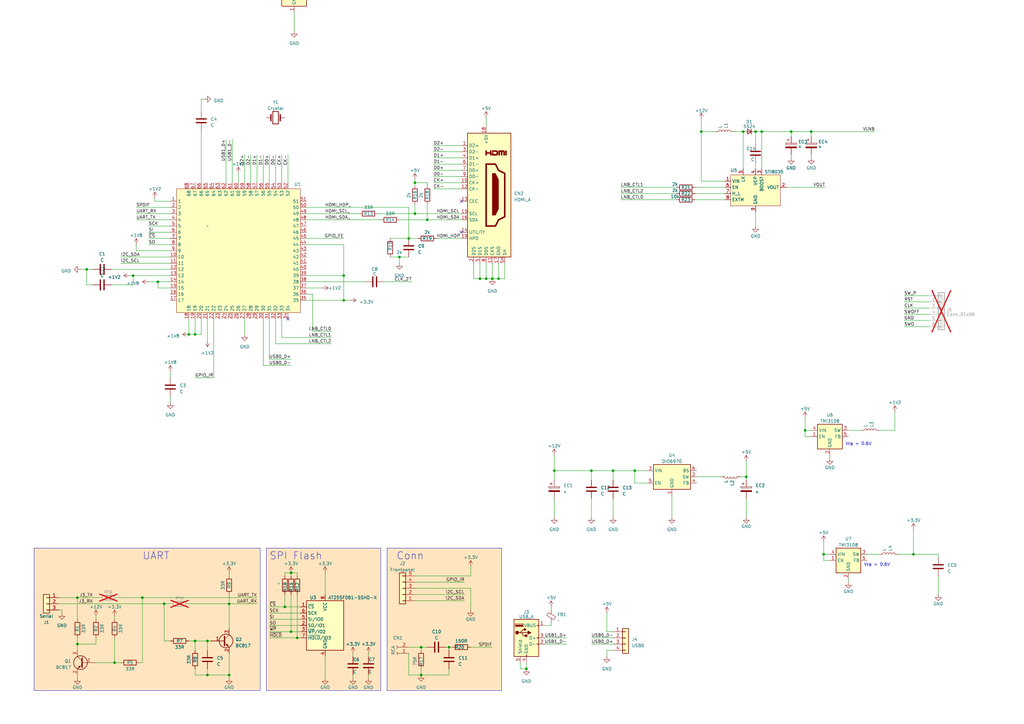
<source format=kicad_sch>
(kicad_sch (version 20230121) (generator eeschema)
  (paper "A3")
  (junction (at 260.35 193.04))
  (junction (at 251.46 193.04))
  (junction (at 242.57 193.04))
  (junction (at 167.64 97.79))
  (junction (at 215.9 274.32))
  (junction (at 170.18 87.63))
  (junction (at 64.77 115.57))
  (junction (at 312.42 53.975))
  (junction (at 309.88 53.975))
  (junction (at 116.84 248.92))
  (junction (at 121.92 261.62))
  (junction (at 80.01 137.16))
  (junction (at 85.09 262.89))
  (junction (at 227.33 193.04))
  (junction (at 172.72 276.86))
  (junction (at 80.01 262.89))
  (junction (at 58.42 245.11))
  (junction (at 172.72 265.43))
  (junction (at 93.98 276.86))
  (junction (at 140.97 123.19))
  (junction (at 175.26 90.17))
  (junction (at 163.83 105.41))
  (junction (at 324.485 53.975))
  (junction (at 337.82 227.33))
  (junction (at 31.75 264.16))
  (junction (at 199.39 114.3))
  (junction (at 204.47 114.3))
  (junction (at 77.47 137.16))
  (junction (at 196.85 114.3))
  (junction (at 119.38 234.95))
  (junction (at 31.75 245.11))
  (junction (at 330.2 176.53))
  (junction (at 93.98 247.65))
  (junction (at 287.655 53.975))
  (junction (at 170.18 74.93))
  (junction (at 140.97 113.03))
  (junction (at 184.15 265.43))
  (junction (at 374.65 227.33))
  (junction (at 54.61 113.03))
  (junction (at 332.74 53.975))
  (junction (at 201.93 114.3))
  (junction (at 46.99 271.78))
  (junction (at 119.38 259.08))
  (junction (at 304.8 53.975))
  (junction (at 35.56 110.49))
  (junction (at 67.31 247.65))
  (junction (at 306.07 195.58))
  (junction (at 85.09 276.86))
  (no_connect (at 118.11 130.81))
  (no_connect (at 189.23 82.55))
  (no_connect (at 189.23 95.25))
  (wire (pts (xy 140.97 113.03) (xy 140.97 123.19)))
  (wire (pts (xy 60.96 97.79) (xy 69.85 97.79)))
  (wire (pts (xy 160.02 105.41) (xy 163.83 105.41)))
  (wire (pts (xy 182.88 265.43) (xy 184.15 265.43)))
  (wire (pts (xy 144.78 267.97) (xy 144.78 269.24)))
  (wire (pts (xy 167.64 85.09) (xy 125.73 85.09)))
  (wire (pts (xy 248.92 266.7) (xy 251.46 266.7)))
  (wire (pts (xy 287.655 48.895) (xy 287.655 53.975)))
  (wire (pts (xy 337.82 227.33) (xy 337.82 229.87)))
  (wire (pts (xy 38.1 116.84) (xy 35.56 116.84)))
  (wire (pts (xy 116.84 234.95) (xy 116.84 236.22)))
  (wire (pts (xy 107.95 -10.16) (xy 107.95 -2.54)))
  (wire (pts (xy 64.77 118.11) (xy 64.77 115.57)))
  (wire (pts (xy 227.33 186.69) (xy 227.33 193.04)))
  (wire (pts (xy 60.96 100.33) (xy 69.85 100.33)))
  (wire (pts (xy 102.87 63.5) (xy 102.87 74.93)))
  (wire (pts (xy 277.495 81.915) (xy 254.635 81.915)))
  (wire (pts (xy 110.49 256.54) (xy 123.19 256.54)))
  (wire (pts (xy 347.98 176.53) (xy 353.06 176.53)))
  (wire (pts (xy 167.64 276.86) (xy 172.72 276.86)))
  (wire (pts (xy 100.33 130.81) (xy 100.33 137.16)))
  (wire (pts (xy 110.49 254) (xy 123.19 254)))
  (wire (pts (xy 46.99 261.62) (xy 46.99 271.78)))
  (wire (pts (xy 260.35 198.12) (xy 260.35 193.04)))
  (wire (pts (xy 80.01 276.86) (xy 85.09 276.86)))
  (wire (pts (xy 55.88 102.87) (xy 55.88 100.33)))
  (wire (pts (xy 300.99 53.975) (xy 304.8 53.975)))
  (wire (pts (xy 160.02 97.79) (xy 167.64 97.79)))
  (wire (pts (xy 251.46 204.47) (xy 251.46 212.09)))
  (wire (pts (xy 107.95 130.81) (xy 107.95 149.86)))
  (wire (pts (xy 309.88 53.975) (xy 312.42 53.975)))
  (wire (pts (xy 93.98 267.97) (xy 93.98 276.86)))
  (wire (pts (xy 92.71 57.15) (xy 92.71 74.93)))
  (wire (pts (xy 119.38 234.95) (xy 116.84 234.95)))
  (wire (pts (xy 184.15 274.32) (xy 184.15 276.86)))
  (wire (pts (xy 201.93 114.3) (xy 204.47 114.3)))
  (wire (pts (xy 177.8 64.77) (xy 189.23 64.77)))
  (wire (pts (xy 63.5 82.55) (xy 63.5 81.28)))
  (wire (pts (xy 93.98 243.84) (xy 93.98 247.65)))
  (wire (pts (xy 242.57 193.04) (xy 242.57 196.85)))
  (wire (pts (xy 172.72 276.86) (xy 184.15 276.86)))
  (wire (pts (xy 204.47 114.3) (xy 204.47 107.95)))
  (wire (pts (xy 287.655 74.295) (xy 297.18 74.295)))
  (wire (pts (xy 190.5 243.84) (xy 170.18 243.84)))
  (wire (pts (xy 179.07 97.79) (xy 189.23 97.79)))
  (wire (pts (xy 306.07 189.23) (xy 306.07 195.58)))
  (wire (pts (xy 175.26 74.93) (xy 170.18 74.93)))
  (wire (pts (xy 332.74 64.77) (xy 332.74 63.5)))
  (wire (pts (xy 45.72 116.84) (xy 54.61 116.84)))
  (wire (pts (xy 82.55 130.81) (xy 82.55 137.16)))
  (wire (pts (xy 121.92 243.84) (xy 121.92 261.62)))
  (wire (pts (xy 39.37 271.78) (xy 46.99 271.78)))
  (wire (pts (xy 97.79 71.12) (xy 97.79 74.93)))
  (wire (pts (xy 175.26 265.43) (xy 172.72 265.43)))
  (wire (pts (xy 196.85 114.3) (xy 199.39 114.3)))
  (wire (pts (xy 80.01 137.16) (xy 77.47 137.16)))
  (wire (pts (xy 55.88 90.17) (xy 69.85 90.17)))
  (wire (pts (xy 384.81 227.33) (xy 384.81 228.6)))
  (wire (pts (xy 374.65 217.17) (xy 374.65 227.33)))
  (wire (pts (xy 45.72 110.49) (xy 69.85 110.49)))
  (wire (pts (xy 370.84 133.985) (xy 381 133.985)))
  (wire (pts (xy 53.34 113.03) (xy 54.61 113.03)))
  (wire (pts (xy 368.3 227.33) (xy 374.65 227.33)))
  (wire (pts (xy 115.57 138.43) (xy 115.57 130.81)))
  (wire (pts (xy 31.75 261.62) (xy 31.75 264.16)))
  (wire (pts (xy 306.07 195.58) (xy 306.07 196.85)))
  (wire (pts (xy 33.02 110.49) (xy 35.56 110.49)))
  (wire (pts (xy 347.98 237.49) (xy 347.98 238.76)))
  (wire (pts (xy 121.92 261.62) (xy 123.19 261.62)))
  (wire (pts (xy 340.36 186.69) (xy 340.36 187.96)))
  (wire (pts (xy 85.09 274.32) (xy 85.09 276.86)))
  (wire (pts (xy 31.75 264.16) (xy 31.75 266.7)))
  (wire (pts (xy 167.64 265.43) (xy 172.72 265.43)))
  (wire (pts (xy 163.83 105.41) (xy 163.83 107.95)))
  (wire (pts (xy 125.73 97.79) (xy 140.97 97.79)))
  (wire (pts (xy 125.73 113.03) (xy 140.97 113.03)))
  (wire (pts (xy 213.36 274.32) (xy 215.9 274.32)))
  (wire (pts (xy 248.92 266.7) (xy 248.92 269.24)))
  (wire (pts (xy 207.01 114.3) (xy 204.47 114.3)))
  (wire (pts (xy 172.72 265.43) (xy 172.72 266.7)))
  (wire (pts (xy 330.2 176.53) (xy 332.74 176.53)))
  (wire (pts (xy 110.49 259.08) (xy 119.38 259.08)))
  (wire (pts (xy 151.13 276.86) (xy 151.13 278.13)))
  (wire (pts (xy 55.88 87.63) (xy 69.85 87.63)))
  (wire (pts (xy 199.39 114.3) (xy 201.93 114.3)))
  (wire (pts (xy 121.92 234.95) (xy 121.92 236.22)))
  (wire (pts (xy 69.85 118.11) (xy 64.77 118.11)))
  (wire (pts (xy 260.35 193.04) (xy 251.46 193.04)))
  (wire (pts (xy 312.42 53.975) (xy 324.485 53.975)))
  (wire (pts (xy 163.83 90.17) (xy 175.26 90.17)))
  (wire (pts (xy 39.37 261.62) (xy 39.37 264.16)))
  (wire (pts (xy 46.99 271.78) (xy 49.53 271.78)))
  (wire (pts (xy 77.47 130.81) (xy 77.47 137.16)))
  (wire (pts (xy 87.63 130.81) (xy 87.63 154.94)))
  (wire (pts (xy 113.03 63.5) (xy 113.03 74.93)))
  (wire (pts (xy 100.33 63.5) (xy 100.33 74.93)))
  (wire (pts (xy 175.26 76.2) (xy 175.26 74.93)))
  (wire (pts (xy 177.8 62.23) (xy 189.23 62.23)))
  (wire (pts (xy 287.655 53.975) (xy 287.655 74.295)))
  (wire (pts (xy 125.73 87.63) (xy 147.32 87.63)))
  (wire (pts (xy 49.53 105.41) (xy 69.85 105.41)))
  (wire (pts (xy 130.81 -10.16) (xy 130.81 -2.54)))
  (wire (pts (xy 69.85 82.55) (xy 63.5 82.55)))
  (wire (pts (xy 175.26 90.17) (xy 189.23 90.17)))
  (wire (pts (xy 170.18 73.66) (xy 170.18 74.93)))
  (wire (pts (xy 226.06 248.92) (xy 226.06 250.19)))
  (wire (pts (xy 171.45 97.79) (xy 167.64 97.79)))
  (wire (pts (xy 55.88 102.87) (xy 69.85 102.87)))
  (wire (pts (xy 46.99 252.73) (xy 46.99 254)))
  (wire (pts (xy 39.37 252.73) (xy 39.37 254)))
  (wire (pts (xy 337.82 227.33) (xy 340.36 227.33)))
  (wire (pts (xy 154.94 87.63) (xy 170.18 87.63)))
  (wire (pts (xy 69.85 262.89) (xy 67.31 262.89)))
  (wire (pts (xy 25.4 250.19) (xy 25.4 251.46)))
  (wire (pts (xy 80.01 262.89) (xy 85.09 262.89)))
  (wire (pts (xy 337.82 222.25) (xy 337.82 227.33)))
  (wire (pts (xy 54.61 113.03) (xy 69.85 113.03)))
  (wire (pts (xy 31.75 276.86) (xy 31.75 278.13)))
  (wire (pts (xy 93.98 276.86) (xy 93.98 278.13)))
  (wire (pts (xy 324.485 53.975) (xy 332.74 53.975)))
  (wire (pts (xy 133.35 234.95) (xy 133.35 243.84)))
  (wire (pts (xy 242.57 261.62) (xy 251.46 261.62)))
  (wire (pts (xy 306.07 204.47) (xy 306.07 212.09)))
  (wire (pts (xy 140.97 100.33) (xy 140.97 113.03)))
  (wire (pts (xy 223.52 261.62) (xy 232.41 261.62)))
  (wire (pts (xy 77.47 247.65) (xy 93.98 247.65)))
  (wire (pts (xy 370.84 123.825) (xy 381 123.825)))
  (wire (pts (xy 196.85 107.95) (xy 196.85 114.3)))
  (wire (pts (xy 35.56 116.84) (xy 35.56 110.49)))
  (wire (pts (xy 242.57 204.47) (xy 242.57 212.09)))
  (wire (pts (xy 265.43 198.12) (xy 260.35 198.12)))
  (wire (pts (xy 116.84 243.84) (xy 116.84 248.92)))
  (wire (pts (xy 190.5 238.76) (xy 170.18 238.76)))
  (wire (pts (xy 201.93 107.95) (xy 201.93 114.3)))
  (wire (pts (xy 306.07 195.58) (xy 303.53 195.58)))
  (wire (pts (xy 199.39 107.95) (xy 199.39 114.3)))
  (wire (pts (xy 110.49 248.92) (xy 116.84 248.92)))
  (wire (pts (xy 330.2 171.45) (xy 330.2 176.53)))
  (wire (pts (xy 332.74 179.07) (xy 330.2 179.07)))
  (wire (pts (xy 64.77 115.57) (xy 69.85 115.57)))
  (wire (pts (xy 55.88 85.09) (xy 69.85 85.09)))
  (wire (pts (xy 54.61 116.84) (xy 54.61 113.03)))
  (wire (pts (xy 144.78 276.86) (xy 144.78 278.13)))
  (wire (pts (xy 31.75 245.11) (xy 31.75 254)))
  (wire (pts (xy 113.03 -2.54) (xy 107.95 -2.54)))
  (wire (pts (xy 80.01 154.94) (xy 87.63 154.94)))
  (wire (pts (xy 125.73 123.19) (xy 140.97 123.19)))
  (wire (pts (xy 355.6 227.33) (xy 360.68 227.33)))
  (wire (pts (xy 251.46 193.04) (xy 242.57 193.04)))
  (wire (pts (xy 199.39 48.26) (xy 199.39 52.07)))
  (wire (pts (xy 213.36 271.78) (xy 213.36 274.32)))
  (wire (pts (xy 128.27 120.65) (xy 128.27 135.89)))
  (wire (pts (xy 207.01 107.95) (xy 207.01 114.3)))
  (wire (pts (xy 157.48 115.57) (xy 168.91 115.57)))
  (wire (pts (xy 293.37 53.975) (xy 287.655 53.975)))
  (wire (pts (xy 60.96 115.57) (xy 64.77 115.57)))
  (wire (pts (xy 332.74 55.88) (xy 332.74 53.975)))
  (wire (pts (xy 172.72 274.32) (xy 172.72 276.86)))
  (wire (pts (xy 190.5 246.38) (xy 170.18 246.38)))
  (wire (pts (xy 374.65 227.33) (xy 384.81 227.33)))
  (wire (pts (xy 82.55 53.34) (xy 82.55 74.93)))
  (wire (pts (xy 105.41 63.5) (xy 105.41 74.93)))
  (wire (pts (xy 110.49 261.62) (xy 121.92 261.62)))
  (wire (pts (xy 285.115 79.375) (xy 297.18 79.375)))
  (wire (pts (xy 48.26 245.11) (xy 58.42 245.11)))
  (wire (pts (xy 215.9 271.78) (xy 215.9 274.32)))
  (wire (pts (xy 370.84 131.445) (xy 381 131.445)))
  (wire (pts (xy 115.57 63.5) (xy 115.57 74.93)))
  (wire (pts (xy 110.49 147.32) (xy 119.38 147.32)))
  (wire (pts (xy 226.06 255.27) (xy 226.06 256.54)))
  (wire (pts (xy 170.18 241.3) (xy 193.04 241.3)))
  (wire (pts (xy 116.84 248.92) (xy 123.19 248.92)))
  (wire (pts (xy 193.04 265.43) (xy 201.93 265.43)))
  (wire (pts (xy 367.03 176.53) (xy 360.68 176.53)))
  (wire (pts (xy 170.18 87.63) (xy 189.23 87.63)))
  (wire (pts (xy 332.74 53.975) (xy 358.775 53.975)))
  (wire (pts (xy 69.85 152.4) (xy 69.85 154.94)))
  (wire (pts (xy 227.33 193.04) (xy 227.33 196.85)))
  (wire (pts (xy 82.55 137.16) (xy 80.01 137.16)))
  (wire (pts (xy 133.35 278.13) (xy 133.35 269.24)))
  (wire (pts (xy 60.96 95.25) (xy 69.85 95.25)))
  (wire (pts (xy 227.33 193.04) (xy 242.57 193.04)))
  (wire (pts (xy 254.635 79.375) (xy 277.495 79.375)))
  (wire (pts (xy 275.59 203.2) (xy 275.59 212.09)))
  (wire (pts (xy 128.27 -2.54) (xy 130.81 -2.54)))
  (wire (pts (xy 324.485 55.88) (xy 324.485 53.975)))
  (wire (pts (xy 128.27 135.89) (xy 135.89 135.89)))
  (wire (pts (xy 67.31 247.65) (xy 67.31 262.89)))
  (wire (pts (xy 57.15 271.78) (xy 58.42 271.78)))
  (wire (pts (xy 58.42 245.11) (xy 105.41 245.11)))
  (wire (pts (xy 119.38 234.95) (xy 119.38 236.22)))
  (wire (pts (xy 248.92 251.46) (xy 248.92 259.08)))
  (wire (pts (xy 49.53 107.95) (xy 69.85 107.95)))
  (wire (pts (xy 370.84 128.905) (xy 381 128.905)))
  (wire (pts (xy 140.97 123.19) (xy 143.51 123.19)))
  (wire (pts (xy 35.56 110.49) (xy 38.1 110.49)))
  (wire (pts (xy 107.95 63.5) (xy 107.95 74.93)))
  (wire (pts (xy 125.73 120.65) (xy 128.27 120.65)))
  (wire (pts (xy 322.58 76.835) (xy 338.455 76.835)))
  (wire (pts (xy 80.01 130.81) (xy 80.01 137.16)))
  (wire (pts (xy 120.65 12.7) (xy 120.65 5.08)))
  (wire (pts (xy 80.01 274.32) (xy 80.01 276.86)))
  (wire (pts (xy 297.18 76.835) (xy 285.115 76.835)))
  (wire (pts (xy 330.2 176.53) (xy 330.2 179.07)))
  (wire (pts (xy 251.46 193.04) (xy 251.46 196.85)))
  (wire (pts (xy 85.09 276.86) (xy 93.98 276.86)))
  (wire (pts (xy 115.57 138.43) (xy 135.89 138.43)))
  (wire (pts (xy 242.57 264.16) (xy 251.46 264.16)))
  (wire (pts (xy 85.09 262.89) (xy 85.09 266.7)))
  (wire (pts (xy 227.33 212.09) (xy 227.33 204.47)))
  (wire (pts (xy 309.88 66.675) (xy 309.88 69.215)))
  (wire (pts (xy 110.49 63.5) (xy 110.49 74.93)))
  (wire (pts (xy 24.13 247.65) (xy 67.31 247.65)))
  (wire (pts (xy 85.09 262.89) (xy 86.36 262.89)))
  (wire (pts (xy 304.8 53.975) (xy 304.8 69.215)))
  (wire (pts (xy 170.18 83.82) (xy 170.18 87.63)))
  (wire (pts (xy 177.8 67.31) (xy 189.23 67.31)))
  (wire (pts (xy 193.04 232.41) (xy 193.04 236.22)))
  (wire (pts (xy 95.25 57.15) (xy 95.25 74.93)))
  (wire (pts (xy 110.49 251.46) (xy 123.19 251.46)))
  (wire (pts (xy 113.03 140.97) (xy 113.03 130.81)))
  (wire (pts (xy 167.64 267.97) (xy 167.64 276.86)))
  (wire (pts (xy 309.88 59.055) (xy 309.88 53.975)))
  (wire (pts (xy 119.38 234.95) (xy 121.92 234.95)))
  (wire (pts (xy 324.485 64.77) (xy 324.485 63.5)))
  (wire (pts (xy 170.18 236.22) (xy 193.04 236.22)))
  (wire (pts (xy 193.04 241.3) (xy 193.04 250.19)))
  (wire (pts (xy 60.96 92.71) (xy 69.85 92.71)))
  (wire (pts (xy 340.36 229.87) (xy 337.82 229.87)))
  (wire (pts (xy 67.31 247.65) (xy 69.85 247.65)))
  (wire (pts (xy 69.85 162.56) (xy 69.85 165.1)))
  (wire (pts (xy 184.15 265.43) (xy 185.42 265.43)))
  (wire (pts (xy 82.55 45.72) (xy 82.55 40.64)))
  (wire (pts (xy 31.75 245.11) (xy 40.64 245.11)))
  (wire (pts (xy 163.83 105.41) (xy 167.64 105.41)))
  (wire (pts (xy 80.01 262.89) (xy 80.01 266.7)))
  (wire (pts (xy 384.81 236.22) (xy 384.81 243.84)))
  (wire (pts (xy 58.42 245.11) (xy 58.42 271.78)))
  (wire (pts (xy 254.635 76.835) (xy 277.495 76.835)))
  (wire (pts (xy 184.15 265.43) (xy 184.15 266.7)))
  (wire (pts (xy 309.88 92.71) (xy 309.88 86.995)))
  (wire (pts (xy 177.8 74.93) (xy 189.23 74.93)))
  (wire (pts (xy 312.42 53.975) (xy 312.42 69.215)))
  (wire (pts (xy 93.98 247.65) (xy 105.41 247.65)))
  (wire (pts (xy 125.73 100.33) (xy 140.97 100.33)))
  (wire (pts (xy 107.95 149.86) (xy 119.38 149.86)))
  (wire (pts (xy 24.13 250.19) (xy 25.4 250.19)))
  (wire (pts (xy 119.38 259.08) (xy 123.19 259.08)))
  (wire (pts (xy 223.52 256.54) (xy 226.06 256.54)))
  (wire (pts (xy 110.49 130.81) (xy 110.49 147.32)))
  (wire (pts (xy 119.38 243.84) (xy 119.38 259.08)))
  (wire (pts (xy 170.18 74.93) (xy 170.18 76.2)))
  (wire (pts (xy 175.26 83.82) (xy 175.26 90.17)))
  (wire (pts (xy 93.98 247.65) (xy 93.98 257.81)))
  (wire (pts (xy 285.115 81.915) (xy 297.18 81.915)))
  (wire (pts (xy 194.31 114.3) (xy 196.85 114.3)))
  (wire (pts (xy 370.84 121.285) (xy 381 121.285)))
  (wire (pts (xy 125.73 90.17) (xy 156.21 90.17)))
  (wire (pts (xy 125.73 118.11) (xy 132.08 118.11)))
  (wire (pts (xy 113.03 140.97) (xy 135.89 140.97)))
  (wire (pts (xy 265.43 193.04) (xy 260.35 193.04)))
  (wire (pts (xy 82.55 40.64) (xy 83.82 40.64)))
  (wire (pts (xy 251.46 259.08) (xy 248.92 259.08)))
  (wire (pts (xy 370.84 126.365) (xy 381 126.365)))
  (wire (pts (xy 285.75 195.58) (xy 295.91 195.58)))
  (wire (pts (xy 223.52 264.16) (xy 232.41 264.16)))
  (wire (pts (xy 24.13 245.11) (xy 31.75 245.11)))
  (wire (pts (xy 118.11 63.5) (xy 118.11 74.93)))
  (wire (pts (xy 177.8 69.85) (xy 189.23 69.85)))
  (wire (pts (xy 177.8 59.69) (xy 189.23 59.69)))
  (wire (pts (xy 367.03 168.91) (xy 367.03 176.53)))
  (wire (pts (xy 77.47 262.89) (xy 80.01 262.89)))
  (wire (pts (xy 177.8 77.47) (xy 189.23 77.47)))
  (wire (pts (xy 93.98 234.95) (xy 93.98 236.22)))
  (wire (pts (xy 151.13 267.97) (xy 151.13 269.24)))
  (wire (pts (xy 85.09 130.81) (xy 85.09 139.7)))
  (wire (pts (xy 39.37 264.16) (xy 31.75 264.16)))
  (wire (pts (xy 177.8 72.39) (xy 189.23 72.39)))
  (wire (pts (xy 194.31 107.95) (xy 194.31 114.3)))
  (wire (pts (xy 125.73 115.57) (xy 149.86 115.57)))
  (wire (pts (xy 167.64 97.79) (xy 167.64 85.09)))
  (rectangle (start 109.22 224.79) (end 156.21 283.21) (fill (type color) (color 255 229 191 1)))
  (rectangle (start 158.75 224.79) (end 205.74 283.21) (fill (type color) (color 255 229 191 1)))
  (rectangle (start 13.97 224.79) (end 106.68 283.21) (fill (type color) (color 255 229 191 1)))
  (text "V_{FB} = 0.6V" (at 354.33 232.41 0) (effects (font (size 1.27 1.27)) (justify left bottom)))
  (text "SPI Flash" (at 110.49 229.87 0) (effects (font (size 3 3)) (justify left bottom)))
  (text "UART" (at 58.42 229.87 0) (effects (font (size 3 3)) (justify left bottom)))
  (text "V_{FB} = 0.6V" (at 346.71 182.88 0) (effects (font (size 1.27 1.27)) (justify left bottom)))
  (text "Conn" (at 162.56 229.87 0) (effects (font (size 3 3)) (justify left bottom)))
  (label "SO" (at 110.49 256.54 0))
  (label "GPIO_IR" (at 80.01 154.94 0))
  (label "~{CS}" (at 110.49 248.92 0))
  (label "GND" (at 370.84 131.445 0))
  (label "LNB_CTL1" (at 135.89 138.43 180))
  (label "GPIO_FE" (at 140.97 97.79 180))
  (label "LNB_CTL1" (at 254.635 76.835 0))
  (label "UART_TX" (at 105.41 245.11 180))
  (label "D1+" (at 105.41 63.5 270))
  (label "CK+" (at 177.8 74.93 0))
  (label "SWOFF" (at 370.84 128.905 0))
  (label "UART_RX" (at 105.41 247.65 180))
  (label "I2C_SCL" (at 190.5 243.84 180))
  (label "SCK" (at 110.49 251.46 0))
  (label "SI" (at 110.49 254 0))
  (label "D0+" (at 177.8 69.85 0))
  (label "USB1_D+" (at 232.41 261.62 180))
  (label "~{CS}" (at 60.96 97.79 0))
  (label "UART_TX" (at 55.88 90.17 0))
  (label "D2-" (at 177.8 62.23 0))
  (label "I2C_SCL" (at 49.53 107.95 0))
  (label "D2+" (at 100.33 63.5 270))
  (label "SWO" (at 370.84 133.985 0))
  (label "LNB_CTL0" (at 254.635 81.915 0))
  (label "I2C_SDA" (at 190.5 246.38 180))
  (label "HDMI_SCL" (at 179.07 87.63 0))
  (label "SPDIF" (at 55.88 85.09 0))
  (label "CK-" (at 177.8 77.47 0))
  (label "J3_RX" (at 38.1 247.65 180))
  (label "LNB_CTL2" (at 254.635 79.375 0))
  (label "~{WP}" (at 110.49 259.08 0))
  (label "UART_RX" (at 55.88 87.63 0))
  (label "SO" (at 60.96 100.33 0))
  (label "HDMI_SDA" (at 179.07 90.17 0))
  (label "SW_P" (at 370.84 121.285 0))
  (label "CLK" (at 370.84 126.365 0))
  (label "CLK_27" (at 168.91 115.57 180))
  (label "USB0_D+" (at 119.38 147.32 180))
  (label "USB1_D-" (at 95.25 57.15 270))
  (label "D2-" (at 102.87 63.5 270))
  (label "D0+" (at 110.49 63.5 270))
  (label "VLNB" (at 358.775 53.975 180))
  (label "LNB_CTL2" (at 135.89 140.97 180))
  (label "USB1_D-" (at 232.41 264.16 180))
  (label "D2+" (at 177.8 59.69 0))
  (label "D1-" (at 107.95 63.5 270))
  (label "RST" (at 370.84 123.825 0))
  (label "VOUT" (at 338.455 76.835 180))
  (label "USB0_D-" (at 242.57 261.62 0))
  (label "HDMI_HDP" (at 179.07 97.79 0))
  (label "D0-" (at 177.8 72.39 0))
  (label "CK-" (at 118.11 63.5 270))
  (label "HDMI_SDA_" (at 133.35 90.17 0))
  (label "SPDIF" (at 201.93 265.43 180))
  (label "SI" (at 60.96 95.25 0))
  (label "SCK" (at 60.96 92.71 0))
  (label "HDMI_HDP_" (at 133.35 85.09 0))
  (label "LNB_CTL0" (at 135.89 135.89 180))
  (label "I2C_SDA" (at 49.53 105.41 0))
  (label "J3_TX" (at 38.1 245.11 180))
  (label "CK+" (at 115.57 63.5 270))
  (label "D0-" (at 113.03 63.5 270))
  (label "GPIO_IR" (at 190.5 238.76 180))
  (label "~{HOLD}" (at 110.49 261.62 0))
  (label "USB1_D+" (at 92.71 57.15 270))
  (label "USB0_D-" (at 119.38 149.86 180))
  (label "USB0_D+" (at 242.57 264.16 0))
  (label "D1+" (at 177.8 64.77 0))
  (label "HDMI_SCL_" (at 133.35 87.63 0))
  (label "D1-" (at 177.8 67.31 0))
  (symbol (lib_id "power:GND") (at 31.75 278.13 0) (mirror y) (unit 1)
    (property "Reference" "#PWR02" (effects hide))
    (property "Value" "GND" (at 31.75 281.94 0))
  )
  (symbol (lib_id "power:+3.3V") (at 93.98 234.95 0) (unit 1)
    (property "Reference" "#PWR015" (effects hide))
    (property "Value" "+3.3V" (at 93.98 231.14 0))
  )
  (symbol (lib_id "Device:C") (at 242.57 200.66 0) (unit 1)
    (property "Reference" "C12" (at 246.38 200.025 0) (effects (justify left)))
    (property "Value" "C" (at 246.38 202.565 0) (effects (justify left)))
    (property "Footprint" "Capacitor_SMD:C_0402_1005Metric" (effects hide))
  )
  (symbol (lib_id "power:+3.3V") (at 46.99 252.73 0) (unit 1)
    (property "Reference" "#PWR05" (effects hide))
    (property "Value" "+3.3V" (at 46.99 248.92 0))
  )
  (symbol (lib_id "Connector:SCART-F") (at 328.93 -55.88 0) (unit 1)
    (property "Reference" "CN3" (at 328.93 -90.17 0))
    (property "Value" "SCART-F" (at 328.93 -87.63 0))
    (property "Footprint" "Footprints:SCART" (effects hide))
    (property "Datasheet" " ~" (effects hide))
  )
  (symbol (lib_id "Device:R") (at 31.75 257.81 0) (mirror x) (unit 1)
    (property "Reference" "R1" (at 31.75 257.81 90))
    (property "Value" "33R" (at 34.29 257.81 90))
    (property "Footprint" "Resistor_SMD:R_0402_1005Metric" (effects hide))
  )
  (symbol (lib_id "Device:L") (at 299.72 195.58 270) (unit 1)
    (property "Reference" "L2" (at 300.355 196.85 0) (effects (justify left)))
    (property "Value" "L" (at 297.815 196.85 0) (effects (justify left)))
    (property "Footprint" "Inductor_SMD:L_Taiyo-Yuden_MD-5050" (effects hide))
  )
  (symbol (lib_id "power:GND") (at 120.65 12.7 0) (unit 1)
    (property "Reference" "#PWR021" (effects hide))
    (property "Value" "GND" (at 120.65 17.78 0))
  )
  (symbol (lib_id "Device:R") (at 160.02 90.17 90) (unit 1)
    (property "Reference" "R14" (at 160.02 90.17 90))
    (property "Value" "33R" (at 160.02 87.63 90))
    (property "Footprint" "Resistor_SMD:R_0402_1005Metric" (effects hide))
  )
  (symbol (lib_id "Device:R") (at 39.37 257.81 0) (mirror x) (unit 1)
    (property "Reference" "R2" (at 39.37 257.81 90))
    (property "Value" "33R" (at 41.91 257.81 90))
    (property "Footprint" "Resistor_SMD:R_0402_1005Metric" (effects hide))
  )
  (symbol (lib_id "Device:C_Polarized") (at 324.485 59.69 0) (unit 1)
    (property "Reference" "EC3" (at 327.406 58.1573 0) (effects (justify left)))
    (property "Value" "x" (at 327.406 60.0783 0) (effects (justify left)))
    (property "Footprint" "Capacitor_Tantalum_SMD:CP_EIA-3216-12_Kemet-S" (effects hide))
  )
  (symbol (lib_id "Device:L") (at 297.18 53.975 270) (mirror x) (unit 1)
    (property "Reference" "L1" (at 297.815 52.705 0) (effects (justify left)))
    (property "Value" "L" (at 295.275 52.705 0) (effects (justify left)))
    (property "Footprint" "Inductor_SMD:L_Taiyo-Yuden_NR-50xx" (effects hide))
  )
  (symbol (lib_id "power:GND") (at 306.07 212.09 0) (unit 1)
    (property "Reference" "#PWR049" (effects hide))
    (property "Value" "GND" (at 306.07 215.9 0))
  )
  (symbol (lib_id "power:GND") (at 275.59 212.09 0) (unit 1)
    (property "Reference" "#PWR046" (effects hide))
    (property "Value" "GND" (at 275.59 217.17 0))
  )
  (symbol (lib_id "Device:L") (at 356.87 176.53 270) (mirror x) (unit 1)
    (property "Reference" "L3" (at 357.505 175.26 0) (effects (justify left)))
    (property "Value" "L" (at 354.965 175.26 0) (effects (justify left)))
    (property "Footprint" "Inductor_SMD:L_Taiyo-Yuden_MD-4040" (effects hide))
  )
  (symbol (lib_id "montage-lz:STI8035") (at 309.88 76.835 0) (unit 1)
    (property "Reference" "U5" (at 300.99 69.85 0))
    (property "Value" "STI8035" (at 317.5 70.485 0))
    (property "Footprint" "Package_SO:SOIC-8-1EP_3.9x4.9mm_P1.27mm_EP2.514x3.2mm" (effects hide))
    (property "Datasheet" "https://aliot.com.ua/pdf/sti8035.pdf" (effects hide))
  )
  (symbol (lib_id "power:GND") (at 163.83 107.95 0) (unit 1)
    (property "Reference" "#PWR031" (effects hide))
    (property "Value" "GND" (at 163.83 113.03 0))
  )
  (symbol (lib_id "power:GND") (at 193.04 250.19 0) (unit 1)
    (property "Reference" "#PWR035" (effects hide))
    (property "Value" "GND" (at 193.04 254 0))
  )
  (symbol (lib_id "power:+3.3V") (at 193.04 232.41 0) (mirror y) (unit 1)
    (property "Reference" "#PWR034" (effects hide))
    (property "Value" "+3.3V" (at 193.04 228.6 0))
  )
  (symbol (lib_id "power:+12V") (at 39.37 252.73 0) (unit 1)
    (property "Reference" "#PWR04" (effects hide))
    (property "Value" "+12V" (at 39.37 248.92 0))
  )
  (symbol (lib_id "Device:R") (at 281.305 79.375 270) (unit 1)
    (property "Reference" "R22" (at 281.305 79.375 90))
    (property "Value" "2k" (at 276.86 78.105 90))
    (property "Footprint" "Resistor_SMD:R_0402_1005Metric" (effects hide))
  )
  (symbol (lib_id "power:GND") (at 340.36 187.96 0) (unit 1)
    (property "Reference" "#PWR055" (effects hide))
    (property "Value" "GND" (at 340.36 191.77 0))
  )
  (symbol (lib_id "Device:R") (at 175.26 97.79 90) (unit 1)
    (property "Reference" "R19" (at 175.26 97.79 90))
    (property "Value" "2k" (at 175.26 95.25 90))
    (property "Footprint" "Resistor_SMD:R_0402_1005Metric" (effects hide))
  )
  (symbol (lib_id "power:+3.3V") (at 133.35 234.95 0) (unit 1)
    (property "Reference" "#PWR024" (effects hide))
    (property "Value" "+3.3V" (at 133.35 231.14 0))
  )
  (symbol (lib_id "Device:R") (at 281.305 76.835 270) (unit 1)
    (property "Reference" "R21" (at 281.305 76.835 90))
    (property "Value" "2k" (at 276.86 75.565 90))
    (property "Footprint" "Resistor_SMD:R_0402_1005Metric" (effects hide))
  )
  (symbol (lib_id "Device:R") (at 44.45 245.11 90) (unit 1) (dnp yes)
    (property "Reference" "R3" (at 44.45 245.11 90))
    (property "Value" "dnp" (at 44.45 242.57 90))
    (property "Footprint" "Resistor_SMD:R_0402_1005Metric" (effects hide))
  )
  (symbol (lib_id "power:GND") (at 215.9 274.32 0) (unit 1)
    (property "Reference" "#PWR038" (effects hide))
    (property "Value" "GND" (at 215.9 279.4 0))
  )
  (symbol (lib_id "power:GND") (at 83.82 40.64 90) (unit 1)
    (property "Reference" "#PWR013" (effects hide))
    (property "Value" "GND" (at 87.63 41.275 90) (effects (justify right)))
  )
  (symbol (lib_id "Regulator_Switching:NCP1529A") (at 340.36 179.07 0) (unit 1)
    (property "Reference" "U6" (at 340.36 170.18 0))
    (property "Value" "TMI3108" (at 340.36 172.72 0))
    (property "Footprint" "Package_TO_SOT_SMD:SOT-23-5" (effects hide))
    (property "Datasheet" "https://www.onsemi.com/pub/Collateral/NCP1529-D.PDF" (effects hide))
  )
  (symbol (lib_id "power:+1V8") (at 60.96 115.57 90) (unit 1)
    (property "Reference" "#PWR08" (effects hide))
    (property "Value" "+1V8" (at 57.15 116.205 90) (effects (justify left)))
  )
  (symbol (lib_id "power:GND") (at 151.13 278.13 0) (unit 1)
    (property "Reference" "#PWR030" (effects hide))
    (property "Value" "GND" (at 151.13 281.94 0))
  )
  (symbol (lib_id "Connector_Generic:Conn_01x04") (at 256.54 261.62 0) (unit 1)
    (property "Reference" "J4" (at 259.08 262.255 0) (effects (justify left)))
    (property "Value" "USB0" (at 259.08 264.795 0) (effects (justify left)))
    (property "Footprint" "Connector_JST:JST_PH_B4B-PH-K_1x04_P2.00mm_Vertical" (effects hide))
  )
  (symbol (lib_id "power:+1V2") (at 97.79 71.12 0) (unit 1)
    (property "Reference" "#PWR017" (effects hide))
    (property "Value" "+1V2" (at 97.79 67.31 0))
  )
  (symbol (lib_id "Device:R") (at 116.84 240.03 0) (unit 1)
    (property "Reference" "R10" (at 116.84 238.76 90) (effects (justify right)))
    (property "Value" "~" (at 114.3 238.76 90) (effects (justify right)))
    (property "Footprint" "Resistor_SMD:R_0402_1005Metric" (effects hide))
  )
  (symbol (lib_id "power:+1V8") (at 69.85 152.4 0) (unit 1)
    (property "Reference" "#PWR010" (effects hide))
    (property "Value" "+1V8" (at 69.85 148.59 0))
  )
  (symbol (lib_id "Device:C") (at 41.91 116.84 90) (unit 1)
    (property "Reference" "C2" (at 41.91 110.49 90))
    (property "Value" "C" (at 41.91 113.03 90))
    (property "Footprint" "Capacitor_SMD:C_0402_1005Metric" (effects hide))
  )
  (symbol (lib_id "Device:R") (at 93.98 240.03 180) (unit 1)
    (property "Reference" "R9" (at 93.98 240.03 90))
    (property "Value" "33R" (at 91.44 240.03 90))
    (property "Footprint" "Resistor_SMD:R_0402_1005Metric" (effects hide))
  )
  (symbol (lib_id "Regulator_Switching:DIO6970") (at 275.59 195.58 0) (unit 1)
    (property "Reference" "U4" (at 275.59 186.69 0))
    (property "Value" "DIO6970" (at 275.59 189.23 0))
    (property "Footprint" "Package_TO_SOT_SMD:SOT-23-6" (effects hide))
    (property "Datasheet" "http://www.dioo.com/uploads/product/20190313/7a4d03690a9be004035eb1035a429f24.pdf" (effects hide))
  )
  (symbol (lib_id "Device:R") (at 160.02 101.6 180) (unit 1)
    (property "Reference" "R15" (at 160.02 102.87 90) (effects (justify right)))
    (property "Value" "2k" (at 162.56 103.505 0) (effects (justify right)))
    (property "Footprint" "Resistor_SMD:R_0402_1005Metric" (effects hide))
  )
  (symbol (lib_id "power:GND") (at 332.74 64.77 0) (unit 1)
    (property "Reference" "#PWR053" (effects hide))
    (property "Value" "GND" (at 332.74 68.9055 0))
  )
  (symbol (lib_id "Device:C") (at 153.67 115.57 270) (unit 1)
    (property "Reference" "C8" (at 153.67 110.4011 90))
    (property "Value" "C" (at 153.67 112.3221 90))
    (property "Footprint" "Capacitor_SMD:C_0402_1005Metric" (effects hide))
  )
  (symbol (lib_id "power:+1V2") (at 367.03 168.91 0) (unit 1)
    (property "Reference" "#PWR057" (effects hide))
    (property "Value" "+1V2" (at 367.03 165.1 0))
  )
  (symbol (lib_id "Connector:USB_A") (at 215.9 261.62 0) (unit 1)
    (property "Reference" "J3" (at 215.9 250.9901 0))
    (property "Value" "USB_A" (at 215.9 252.9111 0))
    (property "Footprint" "Footprints:614004184726" (effects hide))
    (property "Datasheet" " ~" (effects hide))
  )
  (symbol (lib_id "power:GND") (at 384.81 243.84 0) (unit 1)
    (property "Reference" "#PWR059" (effects hide))
    (property "Value" "GND" (at 384.81 247.65 0))
  )
  (symbol (lib_id "power:+3.3V") (at 151.13 267.97 0) (unit 1)
    (property "Reference" "#PWR029" (effects hide))
    (property "Value" "+3.3V" (at 151.13 264.16 0))
  )
  (symbol (lib_id "power:GND") (at 347.98 238.76 0) (unit 1)
    (property "Reference" "#PWR056" (effects hide))
    (property "Value" "GND" (at 347.98 242.57 0))
  )
  (symbol (lib_id "Device:R") (at 121.92 240.03 0) (unit 1)
    (property "Reference" "R12" (at 121.92 238.76 90) (effects (justify right)))
    (property "Value" "~" (at 119.38 238.76 90) (effects (justify right)))
    (property "Footprint" "Resistor_SMD:R_0402_1005Metric" (effects hide))
  )
  (symbol (lib_id "Connector_Generic:Conn_01x06") (at 386.08 126.365 0) (unit 1) (in_bom no) (dnp yes)
    (property "Reference" "J5" (at 388.112 126.9913 0) (effects (justify left)))
    (property "Value" "Conn_01x06" (at 388.112 128.9123 0) (effects (justify left)))
    (property "Footprint" "Connector_JST:JST_PH_B6B-PH-K_1x06_P2.00mm_Vertical" (effects hide))
  )
  (symbol (lib_id "power:GND") (at 227.33 212.09 0) (unit 1)
    (property "Reference" "#PWR041" (effects hide))
    (property "Value" "GND" (at 227.33 217.17 0))
  )
  (symbol (lib_id "power:GND") (at 93.98 278.13 0) (unit 1)
    (property "Reference" "#PWR016" (effects hide))
    (property "Value" "GND" (at 93.98 281.94 0))
  )
  (symbol (lib_id "Device:D_Small") (at 307.34 53.975 180) (unit 1)
    (property "Reference" "D1" (at 307.34 49.9491 0))
    (property "Value" "SS24" (at 307.34 51.8701 0))
    (property "Footprint" "Diode_SMD:D_SMA" (effects hide))
    (property "Sim.Device" "D" (effects hide))
    (property "Sim.Pins" "1=K 2=A" (effects hide))
  )
  (symbol (lib_id "Transistor_BJT:BC817") (at 91.44 262.89 0) (unit 1)
    (property "Reference" "Q2" (at 96.52 262.255 0) (effects (justify left)))
    (property "Value" "BC817" (at 96.52 264.795 0) (effects (justify left)))
    (property "Footprint" "Package_TO_SOT_SMD:SOT-23" (effects hide))
    (property "Datasheet" "https://www.onsemi.com/pub/Collateral/BC818-D.pdf" (effects hide))
  )
  (symbol (lib_id "power:GND") (at 309.88 92.71 0) (unit 1)
    (property "Reference" "#PWR050" (effects hide))
    (property "Value" "GND" (at 309.88 96.8455 0))
  )
  (symbol (lib_id "Device:C") (at 179.07 265.43 270) (unit 1)
    (property "Reference" "C10" (at 179.07 259.08 90))
    (property "Value" "C" (at 179.07 261.62 90))
    (property "Footprint" "Capacitor_SMD:C_0402_1005Metric" (effects hide))
  )
  (symbol (lib_id "Device:FerriteBead_Small") (at 226.06 252.73 0) (unit 1)
    (property "Reference" "FB1" (at 228.5238 252.0482 0) (effects (justify left)))
    (property "Value" "." (at 228.5238 253.9692 0) (effects (justify left)))
    (property "Footprint" "Resistor_SMD:R_0603_1608Metric" (effects hide))
  )
  (symbol (lib_id "power:+5V") (at 306.07 189.23 0) (unit 1)
    (property "Reference" "#PWR048" (effects hide))
    (property "Value" "+5V" (at 306.07 185.42 0))
  )
  (symbol (lib_id "Device:R") (at 281.305 81.915 270) (unit 1)
    (property "Reference" "R23" (at 281.305 81.915 90))
    (property "Value" "10k" (at 276.86 80.645 90))
    (property "Footprint" "Resistor_SMD:R_0402_1005Metric" (effects hide))
  )
  (symbol (lib_id "Device:R") (at 172.72 270.51 0) (unit 1)
    (property "Reference" "R17" (at 172.72 269.24 90) (effects (justify right)))
    (property "Value" "75R" (at 170.18 269.24 90) (effects (justify right)))
    (property "Footprint" "Resistor_SMD:R_0402_1005Metric" (effects hide))
  )
  (symbol (lib_id "power:+1V8") (at 77.47 137.16 90) (unit 1)
    (property "Reference" "#PWR012" (effects hide))
    (property "Value" "+1V8" (at 73.66 137.795 90) (effects (justify left)))
  )
  (symbol (lib_id "power:GND") (at 100.33 137.16 0) (unit 1)
    (property "Reference" "#PWR018" (effects hide))
    (property "Value" "GND" (at 100.33 142.24 0))
  )
  (symbol (lib_id "power:GND") (at 251.46 212.09 0) (unit 1)
    (property "Reference" "#PWR045" (effects hide))
    (property "Value" "GND" (at 251.46 217.17 0))
  )
  (symbol (lib_id "Device:C") (at 144.78 273.05 180) (unit 1)
    (property "Reference" "C6" (at 144.78 270.51 0) (effects (justify right)))
    (property "Value" "C" (at 144.78 275.59 0) (effects (justify right)))
    (property "Footprint" "Capacitor_SMD:C_0402_1005Metric" (effects hide))
  )
  (symbol (lib_id "power:GND") (at 248.92 269.24 0) (unit 1)
    (property "Reference" "#PWR044" (effects hide))
    (property "Value" "GND" (at 248.92 274.32 0))
  )
  (symbol (lib_id "power:+12V") (at 287.655 48.895 0) (unit 1)
    (property "Reference" "#PWR047" (effects hide))
    (property "Value" "+12V" (at 287.655 45.3931 0))
  )
  (symbol (lib_id "Device:C") (at 384.81 232.41 0) (unit 1)
    (property "Reference" "EC5" (at 388.62 231.775 0) (effects (justify left)))
    (property "Value" "C" (at 388.62 234.315 0) (effects (justify left)))
    (property "Footprint" "Capacitor_SMD:C_0805_2012Metric" (effects hide))
  )
  (symbol (lib_id "Device:C") (at 82.55 49.53 0) (unit 1)
    (property "Reference" "C4" (at 86.36 48.895 0) (effects (justify left)))
    (property "Value" "C" (at 86.36 51.435 0) (effects (justify left)))
    (property "Footprint" "Capacitor_SMD:C_0603_1608Metric" (effects hide))
  )
  (symbol (lib_id "power:+1V8") (at 130.81 -10.16 0) (unit 1)
    (property "Reference" "#PWR022" (effects hide))
    (property "Value" "+1V8" (at 130.81 -12.7 0))
  )
  (symbol (lib_id "Device:R") (at 189.23 265.43 270) (unit 1)
    (property "Reference" "R20" (at 190.5 265.43 90) (effects (justify right)))
    (property "Value" "150R" (at 191.77 262.89 90) (effects (justify right)))
    (property "Footprint" "Resistor_SMD:R_0402_1005Metric" (effects hide))
  )
  (symbol (lib_id "Device:R") (at 170.18 80.01 180) (unit 1)
    (property "Reference" "R16" (at 170.18 80.01 90))
    (property "Value" "2k" (at 167.64 80.01 90))
    (property "Footprint" "Resistor_SMD:R_0402_1005Metric" (effects hide))
  )
  (symbol (lib_id "Device:C") (at 41.91 110.49 90) (unit 1)
    (property "Reference" "C1" (at 41.91 104.14 90))
    (property "Value" "C" (at 41.91 106.68 90))
    (property "Footprint" "Capacitor_SMD:C_0402_1005Metric" (effects hide))
  )
  (symbol (lib_id "Connector:HDMI_A") (at 199.39 80.01 0) (unit 1)
    (property "Reference" "CN2" (at 210.82 79.375 0) (effects (justify left)))
    (property "Value" "HDMI_A" (at 210.82 81.915 0) (effects (justify left)))
    (property "Footprint" "Connector_HDMI:HDMI_A_Molex_208658-1001_Horizontal" (effects hide))
    (property "Datasheet" "https://en.wikipedia.org/wiki/HDMI" (effects hide))
  )
  (symbol (lib_id "power:+5V") (at 248.92 251.46 0) (mirror y) (unit 1)
    (property "Reference" "#PWR043" (effects hide))
    (property "Value" "+5V" (at 248.92 247.65 0))
  )
  (symbol (lib_id "power:+5V") (at 226.06 248.92 0) (unit 1)
    (property "Reference" "#PWR039" (effects hide))
    (property "Value" "+5V" (at 226.06 245.11 0))
  )
  (symbol (lib_id "Device:C") (at 184.15 270.51 0) (unit 1)
    (property "Reference" "C11" (at 187.96 269.875 0) (effects (justify left)))
    (property "Value" "C" (at 187.96 272.415 0) (effects (justify left)))
    (property "Footprint" "Capacitor_SMD:C_0402_1005Metric" (effects hide))
  )
  (symbol (lib_id "Device:L") (at 364.49 227.33 270) (mirror x) (unit 1)
    (property "Reference" "L4" (at 365.125 226.06 0) (effects (justify left)))
    (property "Value" "L" (at 362.585 226.06 0) (effects (justify left)))
    (property "Footprint" "Inductor_SMD:L_Taiyo-Yuden_MD-4040" (effects hide))
  )
  (symbol (lib_id "power:+3.3V") (at 119.38 234.95 0) (unit 1)
    (property "Reference" "#PWR020" (effects hide))
    (property "Value" "+3.3V" (at 119.38 231.14 0))
  )
  (symbol (lib_id "Device:R") (at 175.26 80.01 180) (unit 1)
    (property "Reference" "R18" (at 175.26 80.01 90))
    (property "Value" "2k" (at 172.72 80.01 90))
    (property "Footprint" "Resistor_SMD:R_0402_1005Metric" (effects hide))
  )
  (symbol (lib_id "power:+12V") (at 227.33 186.69 0) (unit 1)
    (property "Reference" "#PWR040" (effects hide))
    (property "Value" "+12V" (at 227.33 182.88 0))
  )
  (symbol (lib_id "Device:C_Polarized") (at 227.33 200.66 0) (unit 1)
    (property "Reference" "EC1" (at 231.14 199.136 0) (effects (justify left)))
    (property "Value" "x" (at 231.14 201.676 0) (effects (justify left)))
    (property "Footprint" "Capacitor_SMD:CP_Elec_6.3x5.4" (effects hide))
  )
  (symbol (lib_id "Device:R") (at 119.38 240.03 0) (unit 1)
    (property "Reference" "R11" (at 119.38 238.76 90) (effects (justify right)))
    (property "Value" "~" (at 116.84 238.76 90) (effects (justify right)))
    (property "Footprint" "Resistor_SMD:R_0402_1005Metric" (effects hide))
  )
  (symbol (lib_id "power:+5V") (at 337.82 222.25 0) (unit 1)
    (property "Reference" "#PWR054" (effects hide))
    (property "Value" "+5V" (at 337.82 218.44 0))
  )
  (symbol (lib_id "Device:C") (at 251.46 200.66 0) (unit 1)
    (property "Reference" "C13" (at 255.27 200.025 0) (effects (justify left)))
    (property "Value" "C" (at 255.27 202.565 0) (effects (justify left)))
    (property "Footprint" "Capacitor_SMD:C_0603_1608Metric" (effects hide))
  )
  (symbol (lib_id "Device:R") (at 73.66 262.89 270) (unit 1)
    (property "Reference" "R7" (at 73.66 262.89 90))
    (property "Value" "33R" (at 73.66 265.43 90))
    (property "Footprint" "Resistor_SMD:R_0402_1005Metric" (effects hide))
  )
  (symbol (lib_id "Device:C") (at 151.13 273.05 180) (unit 1)
    (property "Reference" "C7" (at 151.13 270.51 0) (effects (justify right)))
    (property "Value" "C" (at 151.13 275.59 0) (effects (justify right)))
    (property "Footprint" "Capacitor_SMD:C_0402_1005Metric" (effects hide))
  )
  (symbol (lib_id "power:+3.3V") (at 143.51 123.19 270) (unit 1)
    (property "Reference" "#PWR026" (effects hide))
    (property "Value" "+3.3V" (at 147.32 123.825 90) (effects (justify left)))
  )
  (symbol (lib_id "power:+5V") (at 170.18 73.66 0) (unit 1)
    (property "Reference" "#PWR032" (effects hide))
    (property "Value" "+5V" (at 170.18 69.85 0))
  )
  (symbol (lib_id "Regulator_Linear:AP1117-18") (at 120.65 -2.54 0) (unit 1)
    (property "Reference" "U2" (at 120.65 -7.62 0))
    (property "Value" "AP1117-18" (at 120.65 -5.08 0))
    (property "Footprint" "Package_TO_SOT_SMD:SOT-223-3_TabPin2" (effects hide))
    (property "Datasheet" "http://www.diodes.com/datasheets/AP1117.pdf" (effects hide))
  )
  (symbol (lib_id "Transistor_BJT:BC817") (at 34.29 271.78 0) (mirror y) (unit 1)
    (property "Reference" "Q1" (at 29.21 271.145 0) (effects (justify left)))
    (property "Value" "BC817" (at 29.21 273.685 0) (effects (justify left)))
    (property "Footprint" "Package_TO_SOT_SMD:SOT-23" (effects hide))
    (property "Datasheet" "https://www.onsemi.com/pub/Collateral/BC818-D.pdf" (effects hide))
  )
  (symbol (lib_id "power:GND") (at 25.4 251.46 0) (mirror y) (unit 1)
    (property "Reference" "#PWR01" (effects hide))
    (property "Value" "GND" (at 25.4 256.54 0))
  )
  (symbol (lib_id "power:GND") (at 133.35 278.13 0) (unit 1)
    (property "Reference" "#PWR025" (effects hide))
    (property "Value" "GND" (at 133.35 281.94 0))
  )
  (symbol (lib_id "Device:R") (at 53.34 271.78 90) (mirror x) (unit 1)
    (property "Reference" "R5" (at 53.34 271.78 90))
    (property "Value" "33R" (at 53.34 274.32 90))
    (property "Footprint" "Resistor_SMD:R_0402_1005Metric" (effects hide))
  )
  (symbol (lib_id "Device:C") (at 69.85 158.75 0) (unit 1)
    (property "Reference" "C3" (at 73.66 158.115 0) (effects (justify left)))
    (property "Value" "C" (at 73.66 160.655 0) (effects (justify left)))
    (property "Footprint" "Capacitor_SMD:C_0402_1005Metric" (effects hide))
  )
  (symbol (lib_id "Device:R") (at 80.01 270.51 180) (unit 1)
    (property "Reference" "R8" (at 80.01 270.51 90))
    (property "Value" "33R" (at 77.47 270.51 90))
    (property "Footprint" "Resistor_SMD:R_0402_1005Metric" (effects hide))
  )
  (symbol (lib_id "Device:C_Polarized") (at 306.07 200.66 0) (unit 1)
    (property "Reference" "EC2" (at 309.88 199.136 0) (effects (justify left)))
    (property "Value" "x" (at 309.88 201.676 0) (effects (justify left)))
    (property "Footprint" "Capacitor_SMD:CP_Elec_6.3x5.4" (effects hide))
  )
  (symbol (lib_id "power:+5V") (at 107.95 -10.16 0) (unit 1)
    (property "Reference" "#PWR019" (effects hide))
    (property "Value" "+5V" (at 107.95 -13.97 0))
  )
  (symbol (lib_id "Connector_Generic:Conn_01x03") (at 19.05 247.65 0) (mirror y) (unit 1)
    (property "Reference" "J1" (at 19.05 255.27 0))
    (property "Value" "Serial" (at 19.05 252.73 0))
    (property "Footprint" "Connector_JST:JST_PH_B3B-PH-K_1x03_P2.00mm_Vertical" (effects hide))
  )
  (symbol (lib_id "Device:R") (at 73.66 247.65 90) (unit 1) (dnp yes)
    (property "Reference" "R6" (at 73.66 247.65 90))
    (property "Value" "dnp" (at 73.66 245.11 90))
    (property "Footprint" "Resistor_SMD:R_0402_1005Metric" (effects hide))
  )
  (symbol (lib_id "power:GND") (at 201.93 114.3 0) (unit 1)
    (property "Reference" "#PWR037" (effects hide))
    (property "Value" "GND" (at 201.93 119.38 0))
  )
  (symbol (lib_id "Regulator_Switching:NCP1529A") (at 347.98 229.87 0) (unit 1)
    (property "Reference" "U7" (at 347.98 220.98 0))
    (property "Value" "TMI3108" (at 347.98 223.52 0))
    (property "Footprint" "Package_TO_SOT_SMD:SOT-23-5" (effects hide))
    (property "Datasheet" "https://www.onsemi.com/pub/Collateral/NCP1529-D.PDF" (effects hide))
  )
  (symbol (lib_id "power:GND") (at 33.02 110.49 270) (unit 1)
    (property "Reference" "#PWR03" (effects hide))
    (property "Value" "GND" (at 29.21 111.125 90) (effects (justify right)))
  )
  (symbol (lib_id "Device:Crystal") (at 113.03 48.26 0) (unit 1)
    (property "Reference" "Y1" (at 113.03 41.91 0))
    (property "Value" "Crystal" (at 113.03 44.45 0))
    (property "Footprint" "Crystal:Crystal_SMD_Abracon_ABM3-2Pin_5.0x3.2mm_HandSoldering" (effects hide))
  )
  (symbol (lib_id "Device:C") (at 309.88 62.865 0) (unit 1)
    (property "Reference" "C14" (at 306.07 60.96 0) (effects (justify left)))
    (property "Value" "C" (at 307.975 65.405 0) (effects (justify left)))
    (property "Footprint" "Capacitor_SMD:C_0402_1005Metric" (effects hide))
  )
  (symbol (lib_id "Connector_Generic:Conn_01x05") (at 165.1 241.3 180) (unit 1)
    (property "Reference" "J2" (at 165.1 231.14 0))
    (property "Value" "Frontpanel" (at 165.1 233.68 0))
    (property "Footprint" "Connector_JST:JST_PH_B5B-PH-K_1x05_P2.00mm_Vertical" (effects hide))
  )
  (symbol (lib_id "power:GND") (at 172.72 276.86 0) (unit 1)
    (property "Reference" "#PWR033" (effects hide))
    (property "Value" "GND" (at 172.72 281.94 0))
  )
  (symbol (lib_id "Device:R") (at 46.99 257.81 0) (mirror x) (unit 1)
    (property "Reference" "R4" (at 46.99 257.81 90))
    (property "Value" "33R" (at 49.53 257.81 90))
    (property "Footprint" "Resistor_SMD:R_0402_1005Metric" (effects hide))
  )
  (symbol (lib_id "power:+1V2") (at 132.08 118.11 270) (unit 1)
    (property "Reference" "#PWR023" (effects hide))
    (property "Value" "+1V2" (at 134.62 118.11 90) (effects (justify left)))
  )
  (symbol (lib_id "power:+5V") (at 330.2 171.45 0) (unit 1)
    (property "Reference" "#PWR052" (effects hide))
    (property "Value" "+5V" (at 330.2 167.64 0))
  )
  (symbol (lib_id "power:+3.3V") (at 374.65 217.17 0) (unit 1)
    (property "Reference" "#PWR058" (effects hide))
    (property "Value" "+3.3V" (at 374.65 213.36 0))
  )
  (symbol (lib_id "Device:R") (at 151.13 87.63 90) (unit 1)
    (property "Reference" "R13" (at 151.13 87.63 90))
    (property "Value" "33R" (at 151.13 85.09 90))
    (property "Footprint" "Resistor_SMD:R_0402_1005Metric" (effects hide))
  )
  (symbol (lib_id "Device:C_Polarized") (at 332.74 59.69 0) (unit 1)
    (property "Reference" "EC4" (at 335.661 58.1573 0) (effects (justify left)))
    (property "Value" "x" (at 335.661 60.0783 0) (effects (justify left)))
    (property "Footprint" "Capacitor_SMD:CP_Elec_6.3x5.4" (effects hide))
  )
  (symbol (lib_id "Connector:Conn_01x02_Socket") (at 162.56 267.97 180) (unit 1)
    (property "Reference" "CN1" (at 163.195 261.62 0))
    (property "Value" "RCA" (at 161.29 266.7 90))
    (property "Footprint" "Footprints:PJRAN1X1U01AUX" (effects hide))
  )
  (symbol (lib_id "Device:C") (at 85.09 270.51 180) (unit 1)
    (property "Reference" "C5" (at 88.9 269.875 0) (effects (justify right)))
    (property "Value" "C" (at 88.9 272.415 0) (effects (justify right)))
    (property "Footprint" "Capacitor_SMD:C_0402_1005Metric" (effects hide))
  )
  (symbol (lib_id "power:+5V") (at 199.39 48.26 0) (unit 1)
    (property "Reference" "#PWR036" (effects hide))
    (property "Value" "+5V" (at 199.39 44.45 0))
  )
  (symbol (lib_id "power:GND") (at 144.78 278.13 0) (unit 1)
    (property "Reference" "#PWR028" (effects hide))
    (property "Value" "GND" (at 144.78 281.94 0))
  )
  (symbol (lib_id "power:GND") (at 324.485 64.77 0) (unit 1)
    (property "Reference" "#PWR051" (effects hide))
    (property "Value" "GND" (at 324.485 68.9055 0))
  )
  (symbol (lib_id "montage-lz:M88CS8001") (at 97.79 102.87 0) (unit 1)
    (property "Reference" "U1" (at 120.65 75.565 0) (effects (justify left)))
    (property "Value" "~" (at 85.09 92.71 0))
    (property "Footprint" "Package_DFN_QFN:QFN-68-1EP_8x8mm_P0.4mm_EP5.2x5.2mm_ThermalVias" (effects hide))
  )
  (symbol (lib_id "power:GND") (at 242.57 212.09 0) (unit 1)
    (property "Reference" "#PWR042" (effects hide))
    (property "Value" "GND" (at 242.57 217.17 0))
  )
  (symbol (lib_id "Memory_Flash:AT25SF081-SSHD-X") (at 133.35 256.54 0) (unit 1)
    (property "Reference" "U3" (at 127 245.11 0) (effects (justify left)))
    (property "Value" "AT25SF081-SSHD-X" (at 134.62 245.11 0) (effects (justify left)))
    (property "Footprint" "Package_SO:SOIC-8_3.9x4.9mm_P1.27mm" (effects hide))
    (property "Datasheet" "https://www.adestotech.com/wp-content/uploads/DS-AT25SF081_045.pdf" (effects hide))
  )
  (symbol (lib_id "power:+1V8") (at 55.88 100.33 0) (unit 1)
    (property "Reference" "#PWR07" (effects hide))
    (property "Value" "+1V8" (at 55.88 96.52 0))
  )
  (symbol (lib_id "power:+1V2") (at 85.09 139.7 180) (unit 1)
    (property "Reference" "#PWR014" (effects hide))
    (property "Value" "+1V2" (at 85.09 144.78 0))
  )
  (symbol (lib_id "power:+3.3V") (at 144.78 267.97 0) (unit 1)
    (property "Reference" "#PWR027" (effects hide))
    (property "Value" "+3.3V" (at 144.78 264.16 0))
  )
  (symbol (lib_id "power:GND") (at 69.85 165.1 0) (unit 1)
    (property "Reference" "#PWR011" (effects hide))
    (property "Value" "GND" (at 69.85 170.18 0))
  )
  (symbol (lib_id "Device:C") (at 167.64 101.6 180) (unit 1)
    (property "Reference" "C9" (at 171.45 100.965 0) (effects (justify right)))
    (property "Value" "C" (at 171.45 103.505 0) (effects (justify right)))
    (property "Footprint" "Capacitor_SMD:C_0402_1005Metric" (effects hide))
  )
  (symbol (lib_id "power:+1V2") (at 63.5 81.28 0) (unit 1)
    (property "Reference" "#PWR09" (effects hide))
    (property "Value" "+1V2" (at 63.5 77.47 0))
  )
  (symbol (lib_id "power:+1V2") (at 53.34 113.03 90) (unit 1)
    (property "Reference" "#PWR06" (effects hide))
    (property "Value" "+1V2" (at 49.53 113.665 90) (effects (justify left)))
  )
)
</source>
